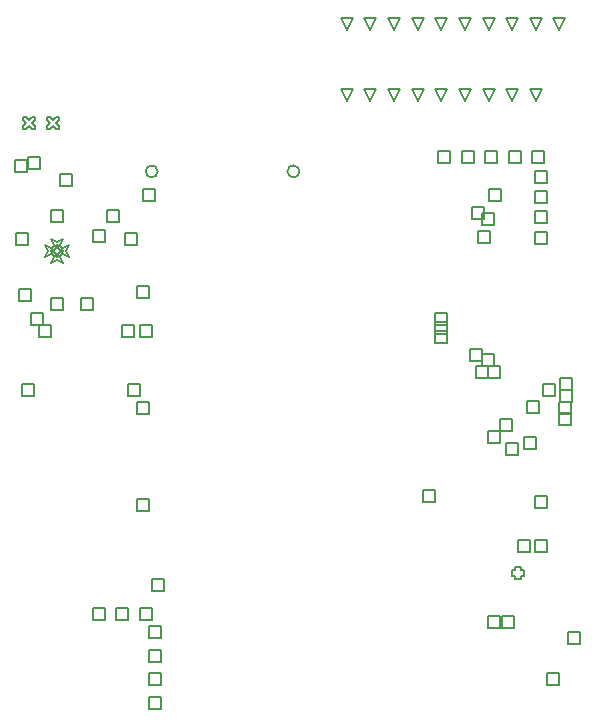
<source format=gbr>
G04*
G04 #@! TF.GenerationSoftware,Altium Limited,Altium Designer,25.8.1 (18)*
G04*
G04 Layer_Color=2752767*
%FSLAX25Y25*%
%MOIN*%
G70*
G04*
G04 #@! TF.SameCoordinates,505960B2-D5C5-487F-9968-D24D6DC54575*
G04*
G04*
G04 #@! TF.FilePolarity,Positive*
G04*
G01*
G75*
%ADD16C,0.00500*%
%ADD83C,0.00667*%
D16*
X10402Y197213D02*
X11402D01*
X12402Y198213D01*
X13402Y197213D01*
X14402D01*
Y198213D01*
X13402Y199213D01*
X14402Y200213D01*
Y201213D01*
X13402D01*
X12402Y200213D01*
X11402Y201213D01*
X10402D01*
Y200213D01*
X11402Y199213D01*
X10402Y198213D01*
Y197213D01*
X2528D02*
X3528D01*
X4528Y198213D01*
X5528Y197213D01*
X6528D01*
Y198213D01*
X5528Y199213D01*
X6528Y200213D01*
Y201213D01*
X5528D01*
X4528Y200213D01*
X3528Y201213D01*
X2528D01*
Y200213D01*
X3528Y199213D01*
X2528Y198213D01*
Y197213D01*
X157449Y114142D02*
Y118142D01*
X161449D01*
Y114142D01*
X157449D01*
X157843Y173098D02*
Y177098D01*
X161843D01*
Y173098D01*
X157843D01*
X155480Y118079D02*
Y122079D01*
X159480D01*
Y118079D01*
X155480D01*
X153512Y114142D02*
Y118142D01*
X157512D01*
Y114142D01*
X153512D01*
X151543Y120047D02*
Y124047D01*
X155543D01*
Y120047D01*
X151543D01*
X44260Y19654D02*
Y23653D01*
X48260D01*
Y19654D01*
X44260D01*
Y3906D02*
Y7905D01*
X48260D01*
Y3906D01*
X44260D01*
Y11779D02*
Y15779D01*
X48260D01*
Y11779D01*
X44260D01*
Y27528D02*
Y31528D01*
X48260D01*
Y27528D01*
X44260D01*
X173197Y172522D02*
Y176522D01*
X177197D01*
Y172522D01*
X173197D01*
Y159024D02*
Y163024D01*
X177197D01*
Y159024D01*
X173197D01*
Y165773D02*
Y169773D01*
X177197D01*
Y165773D01*
X173197D01*
X172213Y185992D02*
Y189992D01*
X176213D01*
Y185992D01*
X172213D01*
X164339D02*
Y189992D01*
X168339D01*
Y185992D01*
X164339D01*
X173197Y179271D02*
Y183271D01*
X177197D01*
Y179271D01*
X173197D01*
X148591Y185992D02*
Y189992D01*
X152591D01*
Y185992D01*
X148591D01*
X140717D02*
Y189992D01*
X144717D01*
Y185992D01*
X140717D01*
X156465D02*
Y189992D01*
X160465D01*
Y185992D01*
X156465D01*
X42291Y173197D02*
Y177197D01*
X46291D01*
Y173197D01*
X42291D01*
X135795Y72803D02*
Y76803D01*
X139795D01*
Y72803D01*
X135795D01*
X166323Y48213D02*
Y47213D01*
X168323D01*
Y48213D01*
X169323D01*
Y50213D01*
X168323D01*
Y51213D01*
X166323D01*
Y50213D01*
X165323D01*
Y48213D01*
X166323D01*
X184024Y25559D02*
Y29559D01*
X188024D01*
Y25559D01*
X184024D01*
X41307Y33433D02*
Y37433D01*
X45307D01*
Y33433D01*
X41307D01*
X14732Y178118D02*
Y182118D01*
X18732D01*
Y178118D01*
X14732D01*
X3906Y184024D02*
Y188024D01*
X7905D01*
Y184024D01*
X3906D01*
X-313Y183039D02*
Y187039D01*
X3687D01*
Y183039D01*
X-313D01*
X11779Y156465D02*
X12779Y158465D01*
X11779Y160465D01*
X13780Y159465D01*
X15779Y160465D01*
X14780Y158465D01*
X15779Y156465D01*
X13780Y157465D01*
X11779Y156465D01*
X9811Y154496D02*
X10811Y156496D01*
X9811Y158496D01*
X11811Y157496D01*
X13811Y158496D01*
X12811Y156496D01*
X13811Y154496D01*
X11811Y155496D01*
X9811Y154496D01*
X13748D02*
X14748Y156496D01*
X13748Y158496D01*
X15748Y157496D01*
X17748Y158496D01*
X16748Y156496D01*
X17748Y154496D01*
X15748Y155496D01*
X13748Y154496D01*
X11779Y152528D02*
X12779Y154528D01*
X11779Y156528D01*
X13780Y155528D01*
X15779Y156528D01*
X14780Y154528D01*
X15779Y152528D01*
X13780Y153528D01*
X11779Y152528D01*
X33433Y33433D02*
Y37433D01*
X37433D01*
Y33433D01*
X33433D01*
X25559D02*
Y37433D01*
X29559D01*
Y33433D01*
X25559D01*
X153905Y159319D02*
Y163319D01*
X157905D01*
Y159319D01*
X153905D01*
X175559Y108138D02*
Y112138D01*
X179559D01*
Y108138D01*
X175559D01*
X181465Y106169D02*
Y110169D01*
X185465D01*
Y106169D01*
X181465D01*
X139732Y128905D02*
Y132905D01*
X143732D01*
Y128905D01*
X139732D01*
Y131858D02*
Y135858D01*
X143732D01*
Y131858D01*
X139732D01*
X36386Y158433D02*
Y162433D01*
X40386D01*
Y158433D01*
X36386D01*
X25559Y159417D02*
Y163417D01*
X29559D01*
Y159417D01*
X25559D01*
X11779Y166307D02*
Y170307D01*
X15779D01*
Y166307D01*
X11779D01*
X30480D02*
Y170307D01*
X34480D01*
Y166307D01*
X30480D01*
X-32Y158433D02*
Y162433D01*
X3968D01*
Y158433D01*
X-32D01*
X40323Y140717D02*
Y144717D01*
X44323D01*
Y140717D01*
X40323D01*
X953Y139732D02*
Y143732D01*
X4953D01*
Y139732D01*
X953D01*
X4890Y131858D02*
Y135858D01*
X8890D01*
Y131858D01*
X4890D01*
X21622Y136779D02*
Y140779D01*
X25622D01*
Y136779D01*
X21622D01*
X11779D02*
Y140779D01*
X15779D01*
Y136779D01*
X11779D01*
X7842Y127921D02*
Y131921D01*
X11842D01*
Y127921D01*
X7842D01*
X110331Y206661D02*
X108331Y210661D01*
X112331D01*
X110331Y206661D01*
Y230283D02*
X108331Y234283D01*
X112331D01*
X110331Y230283D01*
X118205Y206661D02*
X116205Y210661D01*
X120205D01*
X118205Y206661D01*
Y230283D02*
X116205Y234283D01*
X120205D01*
X118205Y230283D01*
X126079Y206661D02*
X124079Y210661D01*
X128079D01*
X126079Y206661D01*
Y230283D02*
X124079Y234283D01*
X128079D01*
X126079Y230283D01*
X133953Y206661D02*
X131953Y210661D01*
X135953D01*
X133953Y206661D01*
Y230283D02*
X131953Y234283D01*
X135953D01*
X133953Y230283D01*
X141827Y206661D02*
X139827Y210661D01*
X143827D01*
X141827Y206661D01*
Y230283D02*
X139827Y234283D01*
X143827D01*
X141827Y230283D01*
X149701Y206661D02*
X147701Y210661D01*
X151701D01*
X149701Y206661D01*
Y230283D02*
X147701Y234283D01*
X151701D01*
X149701Y230283D01*
X157575Y206661D02*
X155575Y210661D01*
X159575D01*
X157575Y206661D01*
Y230283D02*
X155575Y234283D01*
X159575D01*
X157575Y230283D01*
X165449Y206661D02*
X163449Y210661D01*
X167449D01*
X165449Y206661D01*
Y230283D02*
X163449Y234283D01*
X167449D01*
X165449Y230283D01*
X173323D02*
X171323Y234283D01*
X175323D01*
X173323Y230283D01*
Y206661D02*
X171323Y210661D01*
X175323D01*
X173323Y206661D01*
X181197Y230283D02*
X179197Y234283D01*
X183197D01*
X181197Y230283D01*
X45244Y43276D02*
Y47276D01*
X49244D01*
Y43276D01*
X45244D01*
X41307Y127921D02*
Y131921D01*
X45307D01*
Y127921D01*
X41307D01*
X35402D02*
Y131921D01*
X39402D01*
Y127921D01*
X35402D01*
X181071Y102331D02*
Y106331D01*
X185071D01*
Y102331D01*
X181071D01*
X161969Y30917D02*
Y34916D01*
X165969D01*
Y30917D01*
X161969D01*
X161386Y96425D02*
Y100425D01*
X165386D01*
Y96425D01*
X161386D01*
X139732Y125953D02*
Y129953D01*
X143732D01*
Y125953D01*
X139732D01*
X1937Y108236D02*
Y112236D01*
X5937D01*
Y108236D01*
X1937D01*
X37370D02*
Y112236D01*
X41370D01*
Y108236D01*
X37370D01*
X155480Y165323D02*
Y169323D01*
X159480D01*
Y165323D01*
X155480D01*
X181071Y98394D02*
Y102394D01*
X185071D01*
Y98394D01*
X181071D01*
X173197Y56071D02*
Y60071D01*
X177197D01*
Y56071D01*
X173197D01*
X167543D02*
Y60071D01*
X171543D01*
Y56071D01*
X167543D01*
X173197Y70835D02*
Y74835D01*
X177197D01*
Y70835D01*
X173197D01*
X177134Y11779D02*
Y15779D01*
X181134D01*
Y11779D01*
X177134D01*
X157369Y31016D02*
Y35017D01*
X161369D01*
Y31016D01*
X157369D01*
X157449Y92488D02*
Y96488D01*
X161449D01*
Y92488D01*
X157449D01*
X181465Y110106D02*
Y114106D01*
X185465D01*
Y110106D01*
X181465D01*
X151937Y167193D02*
Y171193D01*
X155937D01*
Y167193D01*
X151937D01*
X169260Y90520D02*
Y94520D01*
X173260D01*
Y90520D01*
X169260D01*
X170244Y102528D02*
Y106528D01*
X174244D01*
Y102528D01*
X170244D01*
X163354Y88551D02*
Y92551D01*
X167354D01*
Y88551D01*
X163354D01*
X40323Y102331D02*
Y106331D01*
X44323D01*
Y102331D01*
X40323D01*
Y69850D02*
Y73850D01*
X44323D01*
Y69850D01*
X40323D01*
D83*
X94520Y183071D02*
G03*
X94520Y183071I-2000J0D01*
G01*
X47276D02*
G03*
X47276Y183071I-2000J0D01*
G01*
M02*

</source>
